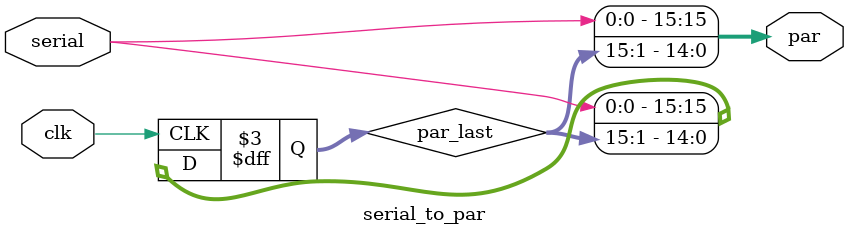
<source format=v>
module serial_to_par(
    input wire clk,
    input wire serial,
    output reg [15:0] par
);
    reg [15:0] par_last;
    always @(*) begin
        par = {serial, par_last[15:1]};
    end
    always @(posedge clk) begin
        par_last = par;
    end
endmodule
</source>
